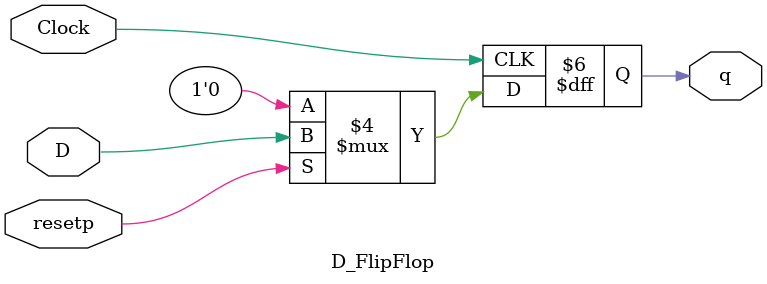
<source format=v>

module D_FlipFlop (D, resetp, Clock, q);
input D,resetp, Clock;
output reg q;
	always @(posedge Clock)
	begin
		if (resetp == 1'b0)
			q <= 1'b0; 
		else 
			q <= D; 
	end
endmodule 
</source>
